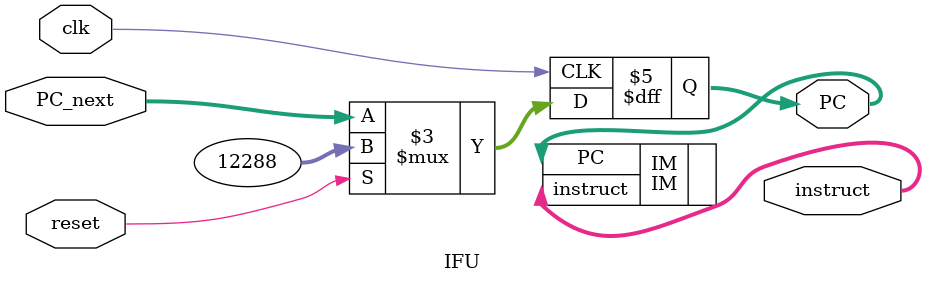
<source format=v>
`timescale 1ns / 1ps

module IFU(
    input [31:0] PC_next,
    input clk,
    input reset,
    output [31:0] instruct,
    output reg [31:0] PC
    );

    always @(posedge clk) begin
        if (reset) begin
            PC <= 32'h0000_3000;
        end
        else begin
            PC <= PC_next;
        end
    end

    IM IM(
        .PC(PC),
        .instruct(instruct)
    );


endmodule

</source>
